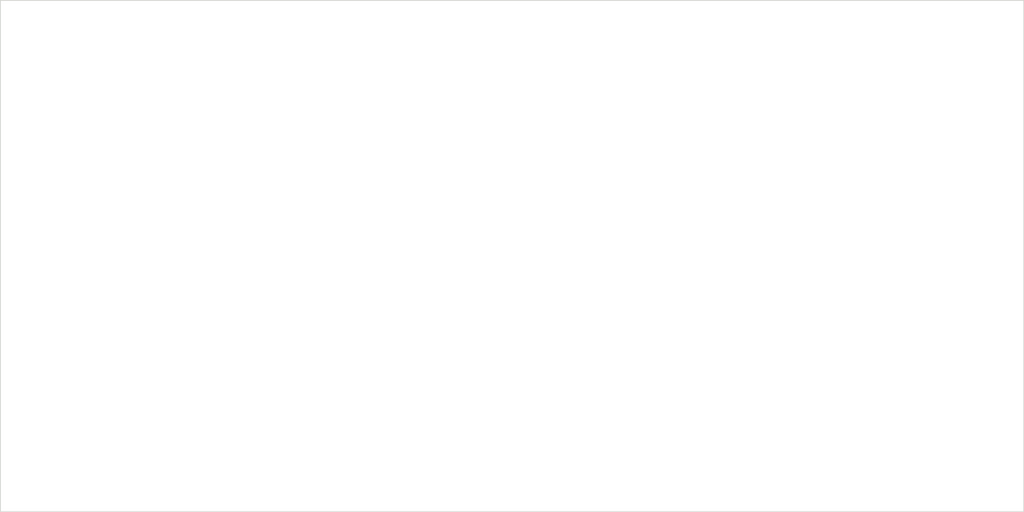
<source format=kicad_pcb>
(kicad_pcb (version 20211014) (generator pcbnew)

  (general
    (thickness 1.6)
  )

  (paper "A4")
  (layers
    (0 "F.Cu" signal)
    (31 "B.Cu" signal)
    (32 "B.Adhes" user "B.Adhesive")
    (33 "F.Adhes" user "F.Adhesive")
    (34 "B.Paste" user)
    (35 "F.Paste" user)
    (36 "B.SilkS" user "B.Silkscreen")
    (37 "F.SilkS" user "F.Silkscreen")
    (38 "B.Mask" user)
    (39 "F.Mask" user)
    (40 "Dwgs.User" user "User.Drawings")
    (41 "Cmts.User" user "User.Comments")
    (42 "Eco1.User" user "User.Eco1")
    (43 "Eco2.User" user "User.Eco2")
    (44 "Edge.Cuts" user)
    (45 "Margin" user)
    (46 "B.CrtYd" user "B.Courtyard")
    (47 "F.CrtYd" user "F.Courtyard")
    (48 "B.Fab" user)
    (49 "F.Fab" user)
    (50 "User.1" user)
    (51 "User.2" user)
    (52 "User.3" user)
    (53 "User.4" user)
    (54 "User.5" user)
    (55 "User.6" user)
    (56 "User.7" user)
    (57 "User.8" user)
    (58 "User.9" user)
  )

  (setup
    (pad_to_mask_clearance 0)
    (pcbplotparams
      (layerselection 0x00010fc_ffffffff)
      (disableapertmacros false)
      (usegerberextensions false)
      (usegerberattributes true)
      (usegerberadvancedattributes true)
      (creategerberjobfile true)
      (svguseinch false)
      (svgprecision 6)
      (excludeedgelayer true)
      (plotframeref false)
      (viasonmask false)
      (mode 1)
      (useauxorigin false)
      (hpglpennumber 1)
      (hpglpenspeed 20)
      (hpglpendiameter 15.000000)
      (dxfpolygonmode true)
      (dxfimperialunits true)
      (dxfusepcbnewfont true)
      (psnegative false)
      (psa4output false)
      (plotreference true)
      (plotvalue true)
      (plotinvisibletext false)
      (sketchpadsonfab false)
      (subtractmaskfromsilk false)
      (outputformat 1)
      (mirror false)
      (drillshape 1)
      (scaleselection 1)
      (outputdirectory "")
    )
  )

  (net 0 "")

  (gr_rect (start 81.28 76.2) (end 208.28 139.7) (layer "Edge.Cuts") (width 0.1) (fill none) (tstamp 51ee1f31-548d-45d9-a923-68dea33aa444))

)

</source>
